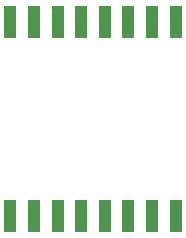
<source format=gbr>
G04 DipTrace 3.3.1.3*
G04 BottomPaste.gbr*
%MOMM*%
G04 #@! TF.FileFunction,Paste,Bot*
G04 #@! TF.Part,Single*
%ADD43R,1.0X2.8*%
%FSLAX35Y35*%
G04*
G71*
G90*
G75*
G01*
G04 BotPaste*
%LPD*%
D43*
X2436713Y2103157D3*
X2636713D3*
X2836713D3*
X3036713D3*
X3236713D3*
X3436713D3*
X3636713D3*
X3836713D3*
X2436713Y463157D3*
X2636713D3*
X2836713D3*
X3036713D3*
X3236713D3*
X3436713D3*
X3636713D3*
X3836713D3*
M02*

</source>
